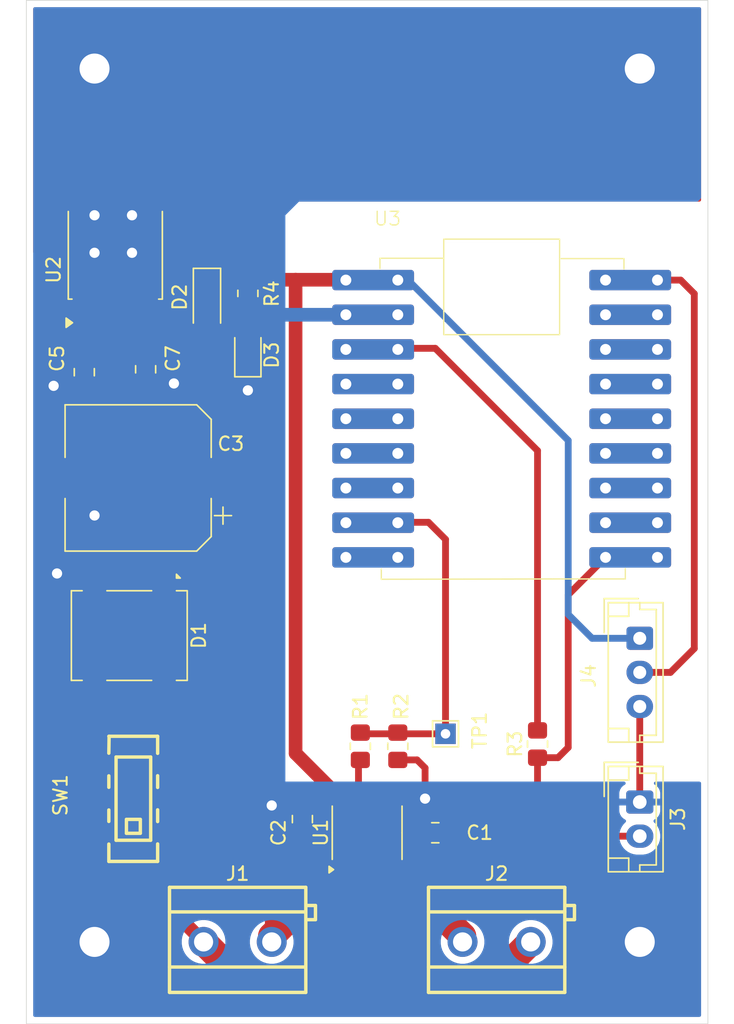
<source format=kicad_pcb>
(kicad_pcb (version 20241229) (generator "pcbnew") (generator_version "9.0")
  (layers (0 "F.Cu" signal) (2 "B.Cu" signal) (13 "F.Paste" user) (15 "B.Paste" user) (5 "F.SilkS" user "F.Silkscreen") (7 "B.SilkS" user "B.Silkscreen") (1 "F.Mask" user) (3 "B.Mask" user) (25 "Edge.Cuts" user))
  (net 0 "")
  (net 1 "GND")
  (net 2 "Net-(U1-FILTER)")
  (net 3 "+5V Internal")
  (net 4 "Net-(D1-+)")
  (net 5 "+5V")
  (net 6 "Net-(D1-Pad3)")
  (net 7 "Net-(D1-Pad4)")
  (net 8 "Net-(D3-A)")
  (net 9 "/VAC In A")
  (net 10 "/VAC In B")
  (net 11 "/VAC Out A")
  (net 12 "/Ext Reset")
  (net 13 "/WS2812")
  (net 14 "/V Sense")
  (net 15 "/ADC Input")
  (net 16 "+3.3V")
  (footprint "Capacitor_SMD:C_0805_2012Metric_Pad1.18x1.45mm_HandSolder" (layer "F.Cu") (at 145.25 115 90)
    (property "Reference" "C2" (at -1 -1.75 90) (layer "F.SilkS"))
    (property "Value" "100nF")
    (fp_line (start -0.261252 -0.735) (end 0.261252 -0.735) (stroke (width 0.12)) (layer "F.SilkS"))
    (fp_line (start -0.261252 0.735) (end 0.261252 0.735) (stroke (width 0.12)) (layer "F.SilkS"))
    (pad "1" smd roundrect (at -1.0375 0 90) (size 1.175 1.45) (layers "F.Cu" "F.Mask" "F.Paste") (roundrect_rratio 0.212766) (net 3 "+5V Internal"))
    (pad "2" smd roundrect (at 1.0375 0 90) (size 1.175 1.45) (layers "F.Cu" "F.Mask" "F.Paste") (roundrect_rratio 0.212766) (net 1 "GND"))
  )
  (footprint "Resistor_SMD:R_0805_2012Metric_Pad1.20x1.40mm_HandSolder" (layer "F.Cu") (at 141.25 76.475 90)
    (property "Reference" "R4" (at -0.025 1.75 90) (layer "F.SilkS"))
    (property "Value" "470R")
    (fp_line (start -0.227064 -0.735) (end 0.227064 -0.735) (stroke (width 0.12)) (layer "F.SilkS"))
    (fp_line (start -0.227064 0.735) (end 0.227064 0.735) (stroke (width 0.12)) (layer "F.SilkS"))
    (pad "1" smd roundrect (at -1 0 90) (size 1.2 1.4) (layers "F.Cu" "F.Mask" "F.Paste") (roundrect_rratio 0.208333) (net 8 "Net-(D3-A)"))
    (pad "2" smd roundrect (at 1 0 90) (size 1.2 1.4) (layers "F.Cu" "F.Mask" "F.Paste") (roundrect_rratio 0.208333) (net 3 "+5V Internal"))
  )
  (footprint "Resistor_SMD:R_0805_2012Metric_Pad1.20x1.40mm_HandSolder" (layer "F.Cu") (at 162.5 109.5 90)
    (property "Reference" "R3" (at 0 -1.65 90) (layer "F.SilkS"))
    (property "Value" "470R")
    (fp_line (start -0.227064 -0.735) (end 0.227064 -0.735) (stroke (width 0.12)) (layer "F.SilkS"))
    (fp_line (start -0.227064 0.735) (end 0.227064 0.735) (stroke (width 0.12)) (layer "F.SilkS"))
    (pad "1" smd roundrect (at -1 0 90) (size 1.2 1.4) (layers "F.Cu" "F.Mask" "F.Paste") (roundrect_rratio 0.208333) (net 12 "/Ext Reset"))
    (pad "2" smd roundrect (at 1 0 90) (size 1.2 1.4) (layers "F.Cu" "F.Mask" "F.Paste") (roundrect_rratio 0.208333) (net 16 "+3.3V"))
  )
  (footprint "MountingHole:MountingHole_2.2mm_M2_Pad" (layer "F.Cu") (at 170 60)
    (property "Reference" "H2" (hide yes))
    (property "Value" "MountingHole_Pad")
    (pad "1" thru_hole circle (at 0 0) (size 4.4 4.4) (drill 2.2) (layers "*.Cu" "*.Mask") (net 1 "GND"))
  )
  (footprint "Resistor_SMD:R_0805_2012Metric_Pad1.20x1.40mm_HandSolder" (layer "F.Cu") (at 149.5 109.6625 90)
    (property "Reference" "R1" (at 2.9125 0 90) (layer "F.SilkS"))
    (property "Value" "470R")
    (fp_line (start -0.227064 -0.735) (end 0.227064 -0.735) (stroke (width 0.12)) (layer "F.SilkS"))
    (fp_line (start -0.227064 0.735) (end 0.227064 0.735) (stroke (width 0.12)) (layer "F.SilkS"))
    (pad "1" smd roundrect (at -1 0 90) (size 1.2 1.4) (layers "F.Cu" "F.Mask" "F.Paste") (roundrect_rratio 0.208333) (net 14 "/V Sense"))
    (pad "2" smd roundrect (at 1 0 90) (size 1.2 1.4) (layers "F.Cu" "F.Mask" "F.Paste") (roundrect_rratio 0.208333) (net 15 "/ADC Input"))
  )
  (footprint "Capacitor_SMD:C_0805_2012Metric_Pad1.18x1.45mm_HandSolder" (layer "F.Cu") (at 155 116)
    (property "Reference" "C1" (at 3.25 0 0) (layer "F.SilkS"))
    (property "Value" "1nF")
    (fp_line (start -0.261252 -0.735) (end 0.261252 -0.735) (stroke (width 0.12)) (layer "F.SilkS"))
    (fp_line (start -0.261252 0.735) (end 0.261252 0.735) (stroke (width 0.12)) (layer "F.SilkS"))
    (pad "1" smd roundrect (at -1.0375 0) (size 1.175 1.45) (layers "F.Cu" "F.Mask" "F.Paste") (roundrect_rratio 0.212766) (net 2 "Net-(U1-FILTER)"))
    (pad "2" smd roundrect (at 1.0375 0) (size 1.175 1.45) (layers "F.Cu" "F.Mask" "F.Paste") (roundrect_rratio 0.212766) (net 1 "GND"))
  )
  (footprint "Connector_JST:JST_EH_B2B-EH-A_1x02_P2.50mm_Vertical" (layer "F.Cu") (at 170 113.75 -90)
    (property "Reference" "J3" (at 1.25 -2.8 90) (layer "F.SilkS"))
    (property "Value" "Conn_01x02_Pin")
    (fp_line (start -2.91 2.61) (end -0.41 2.61) (stroke (width 0.12)) (layer "F.SilkS"))
    (fp_line (start -2.61 2.31) (end 5.11 2.31) (stroke (width 0.12)) (layer "F.SilkS"))
    (fp_line (start 5.11 2.31) (end 5.11 -1.71) (stroke (width 0.12)) (layer "F.SilkS"))
    (fp_line (start -2.61 0.81) (end -1.61 0.81) (stroke (width 0.12)) (layer "F.SilkS"))
    (fp_line (start -1.61 0.81) (end -1.61 2.31) (stroke (width 0.12)) (layer "F.SilkS"))
    (fp_line (start 4.11 0.81) (end 4.11 2.31) (stroke (width 0.12)) (layer "F.SilkS"))
    (fp_line (start 5.11 0.81) (end 4.11 0.81) (stroke (width 0.12)) (layer "F.SilkS"))
    (fp_line (start -2.91 0.11) (end -2.91 2.61) (stroke (width 0.12)) (layer "F.SilkS"))
    (fp_line (start -2.61 0) (end -2.11 0) (stroke (width 0.12)) (layer "F.SilkS"))
    (fp_line (start -2.11 0) (end -2.11 -1.21) (stroke (width 0.12)) (layer "F.SilkS"))
    (fp_line (start 4.61 0) (end 5.11 0) (stroke (width 0.12)) (layer "F.SilkS"))
    (fp_line (start -2.11 -1.21) (end 4.61 -1.21) (stroke (width 0.12)) (layer "F.SilkS"))
    (fp_line (start 4.61 -1.21) (end 4.61 0) (stroke (width 0.12)) (layer "F.SilkS"))
    (fp_line (start -2.61 -1.71) (end -2.61 2.31) (stroke (width 0.12)) (layer "F.SilkS"))
    (fp_line (start 5.11 -1.71) (end -2.61 -1.71) (stroke (width 0.12)) (layer "F.SilkS"))
    (pad "1" thru_hole roundrect (at 0 0 270) (size 1.7 2) (drill 1) (layers "*.Cu" "*.Mask") (roundrect_rratio 0.147059) (net 1 "GND"))
    (pad "2" thru_hole oval (at 2.5 0 270) (size 1.7 2) (drill 1) (layers "*.Cu" "*.Mask") (net 12 "/Ext Reset"))
  )
  (footprint "LED_SMD:LED_0805_2012Metric_Pad1.15x1.40mm_HandSolder" (layer "F.Cu") (at 141.25 80.725 90)
    (property "Reference" "D3" (at -0.275 1.75 90) (layer "F.SilkS"))
    (property "Value" "LED")
    (fp_line (start 1 -0.96) (end -1.86 -0.96) (stroke (width 0.12)) (layer "F.SilkS"))
    (fp_line (start -1.86 -0.96) (end -1.86 0.96) (stroke (width 0.12)) (layer "F.SilkS"))
    (fp_line (start -1.86 0.96) (end 1 0.96) (stroke (width 0.12)) (layer "F.SilkS"))
    (pad "1" smd roundrect (at -1.025 0 90) (size 1.15 1.4) (layers "F.Cu" "F.Mask" "F.Paste") (roundrect_rratio 0.217391) (net 1 "GND"))
    (pad "2" smd roundrect (at 1.025 0 90) (size 1.15 1.4) (layers "F.Cu" "F.Mask" "F.Paste") (roundrect_rratio 0.217391) (net 8 "Net-(D3-A)"))
  )
  (footprint "Capacitor_SMD:CP_Elec_10x10.5" (layer "F.Cu") (at 133.2 90 180)
    (property "Reference" "C3" (at -6.8 2.5 0) (layer "F.SilkS"))
    (property "Value" "470uF" (hide yes))
    (fp_line (start 5.36 5.36) (end 5.36 1.51) (stroke (width 0.12)) (layer "F.SilkS"))
    (fp_line (start 5.36 -5.36) (end 5.36 -1.51) (stroke (width 0.12)) (layer "F.SilkS"))
    (fp_line (start -4.295563 5.36) (end 5.36 5.36) (stroke (width 0.12)) (layer "F.SilkS"))
    (fp_line (start -4.295563 -5.36) (end 5.36 -5.36) (stroke (width 0.12)) (layer "F.SilkS"))
    (fp_line (start -5.36 4.295563) (end -4.295563 5.36) (stroke (width 0.12)) (layer "F.SilkS"))
    (fp_line (start -5.36 4.295563) (end -5.36 1.51) (stroke (width 0.12)) (layer "F.SilkS"))
    (fp_line (start -5.36 -4.295563) (end -4.295563 -5.36) (stroke (width 0.12)) (layer "F.SilkS"))
    (fp_line (start -5.36 -4.295563) (end -5.36 -1.51) (stroke (width 0.12)) (layer "F.SilkS"))
    (fp_line (start -6.225 -3.385) (end -6.225 -2.135) (stroke (width 0.12)) (layer "F.SilkS"))
    (fp_line (start -6.85 -2.76) (end -5.6 -2.76) (stroke (width 0.12)) (layer "F.SilkS"))
    (pad "1" smd roundrect (at -4.2 0 180) (size 4.4 2.5) (layers "F.Cu" "F.Mask" "F.Paste") (roundrect_rratio 0.1) (net 4 "Net-(D1-+)"))
    (pad "2" smd roundrect (at 4.2 0 180) (size 4.4 2.5) (layers "F.Cu" "F.Mask" "F.Paste") (roundrect_rratio 0.1) (net 1 "GND"))
  )
  (footprint "easyeda2kicad:SW-SMD_MST22D18G2" (layer "F.Cu") (at 132.85 113.5 90)
    (property "Reference" "SW1" (at 0.25 -5.35 90) (layer "F.SilkS"))
    (property "Value" "MST22D18G2 125" (hide yes))
    (fp_line (start 3.33 -1.8) (end 4.57 -1.78) (stroke (width 0.25)) (layer "F.SilkS"))
    (fp_line (start 0.83 -1.8) (end 1.67 -1.8) (stroke (width 0.25)) (layer "F.SilkS"))
    (fp_line (start -1.67 -1.8) (end -0.83 -1.8) (stroke (width 0.25)) (layer "F.SilkS"))
    (fp_line (start -4.6 -1.8) (end -3.33 -1.8) (stroke (width 0.25)) (layer "F.SilkS"))
    (fp_line (start -4.6 -1.8) (end -4.6 1.78) (stroke (width 0.25)) (layer "F.SilkS"))
    (fp_line (start 3.05 -1.27) (end 3.05 1.27) (stroke (width 0.25)) (layer "F.SilkS"))
    (fp_line (start -3.05 -1.27) (end 3.05 -1.27) (stroke (width 0.25)) (layer "F.SilkS"))
    (fp_line (start -1.52 -0.51) (end -1.52 0.51) (stroke (width 0.25)) (layer "F.SilkS"))
    (fp_line (start -2.54 -0.51) (end -1.52 -0.51) (stroke (width 0.25)) (layer "F.SilkS"))
    (fp_line (start -1.52 0.51) (end -2.54 0.51) (stroke (width 0.25)) (layer "F.SilkS"))
    (fp_line (start -2.54 0.51) (end -2.54 -0.51) (stroke (width 0.25)) (layer "F.SilkS"))
    (fp_line (start 3.05 1.27) (end -3.05 1.27) (stroke (width 0.25)) (layer "F.SilkS"))
    (fp_line (start -3.05 1.27) (end -3.05 -1.27) (stroke (width 0.25)) (layer "F.SilkS"))
    (fp_line (start 4.57 1.78) (end 4.57 -1.8) (stroke (width 0.25)) (layer "F.SilkS"))
    (fp_line (start 4.57 1.78) (end 3.32 1.78) (stroke (width 0.25)) (layer "F.SilkS"))
    (fp_line (start 1.68 1.78) (end 0.82 1.78) (stroke (width 0.25)) (layer "F.SilkS"))
    (fp_line (start -0.82 1.78) (end -1.68 1.78) (stroke (width 0.25)) (layer "F.SilkS"))
    (fp_line (start -3.32 1.78) (end -4.6 1.78) (stroke (width 0.25)) (layer "F.SilkS"))
    (pad "1" smd rect (at -2.5 -2.85 270) (size 1.2 2) (layers "F.Cu" "F.Mask" "F.Paste"))
    (pad "2" smd rect (at 0 -2.85 270) (size 1.2 2) (layers "F.Cu" "F.Mask" "F.Paste") (net 10 "/VAC In B"))
    (pad "3" smd rect (at 2.5 -2.85 270) (size 1.2 2) (layers "F.Cu" "F.Mask" "F.Paste") (net 6 "Net-(D1-Pad3)"))
    (pad "4" smd rect (at -2.5 2.85 270) (size 1.2 2) (layers "F.Cu" "F.Mask" "F.Paste"))
    (pad "5" smd rect (at 0 2.85 270) (size 1.2 2) (layers "F.Cu" "F.Mask" "F.Paste") (net 9 "/VAC In A"))
    (pad "6" smd rect (at 2.5 2.85 270) (size 1.2 2) (layers "F.Cu" "F.Mask" "F.Paste") (net 7 "Net-(D1-Pad4)"))
  )
  (footprint "MountingHole:MountingHole_2.2mm_M2_Pad" (layer "F.Cu") (at 130 60)
    (property "Reference" "H1" (hide yes))
    (property "Value" "MountingHole_Pad")
    (pad "1" thru_hole circle (at 0 0) (size 4.4 4.4) (drill 2.2) (layers "*.Cu" "*.Mask") (net 1 "GND"))
  )
  (footprint "MountingHole:MountingHole_2.2mm_M2_Pad" (layer "F.Cu") (at 130 124)
    (property "Reference" "H4" (hide yes))
    (property "Value" "MountingHole_Pad")
    (pad "1" thru_hole circle (at 0 0) (size 4.4 4.4) (drill 2.2) (layers "*.Cu" "*.Mask") (net 1 "GND"))
  )
  (footprint "Diode_SMD:Diode_Bridge_OnSemi_SDIP-4L" (layer "F.Cu") (at 132.55 101.55 -90)
    (property "Reference" "D1" (at 0 -5.1 90) (layer "F.SilkS"))
    (property "Value" "DF06S")
    (fp_line (start -3.285 4.25) (end 3.285 4.25) (stroke (width 0.12)) (layer "F.SilkS"))
    (fp_line (start 3.285 4.25) (end 3.285 3.46) (stroke (width 0.12)) (layer "F.SilkS"))
    (fp_line (start -3.285 3.46) (end -3.285 4.25) (stroke (width 0.12)) (layer "F.SilkS"))
    (fp_line (start -3.285 -1.64) (end -3.285 1.64) (stroke (width 0.12)) (layer "F.SilkS"))
    (fp_line (start 3.285 -1.64) (end 3.285 1.64) (stroke (width 0.12)) (layer "F.SilkS"))
    (fp_line (start 3.285 -3.46) (end 3.285 -4.25) (stroke (width 0.12)) (layer "F.SilkS"))
    (fp_line (start -3.285 -4.25) (end -3.285 -3.46) (stroke (width 0.12)) (layer "F.SilkS"))
    (fp_line (start -3.275 -4.25) (end 3.275 -4.25) (stroke (width 0.12)) (layer "F.SilkS"))
    (fp_poly (pts (xy -4.2125 -3.46) (xy -4.4925 -3.46) (xy -4.2125 -3.74) (xy -4.2125 -3.46)) (stroke (width 0.12)) (fill yes) (layer "F.SilkS"))
    (pad "1" smd rect (at -4.45 -2.55 270) (size 1.5 1.3) (layers "F.Cu" "F.Mask" "F.Paste") (net 4 "Net-(D1-+)"))
    (pad "2" smd rect (at -4.45 2.55 270) (size 1.5 1.3) (layers "F.Cu" "F.Mask" "F.Paste") (net 1 "GND"))
    (pad "3" smd rect (at 4.45 2.55 270) (size 1.5 1.3) (layers "F.Cu" "F.Mask" "F.Paste") (net 6 "Net-(D1-Pad3)"))
    (pad "4" smd rect (at 4.45 -2.55 270) (size 1.5 1.3) (layers "F.Cu" "F.Mask" "F.Paste") (net 7 "Net-(D1-Pad4)"))
  )
  (footprint "Package_SO:SOIC-8_3.9x4.9mm_P1.27mm" (layer "F.Cu") (at 150 116 90)
    (property "Reference" "U1" (at 0 -3.4 90) (layer "F.SilkS"))
    (property "Value" "ACS712xLCTR-05B")
    (fp_line (start 0 -2.56) (end 1.95 -2.56) (stroke (width 0.12)) (layer "F.SilkS"))
    (fp_line (start 0 -2.56) (end -1.95 -2.56) (stroke (width 0.12)) (layer "F.SilkS"))
    (fp_line (start 0 2.56) (end 1.95 2.56) (stroke (width 0.12)) (layer "F.SilkS"))
    (fp_line (start 0 2.56) (end -1.95 2.56) (stroke (width 0.12)) (layer "F.SilkS"))
    (fp_poly (pts (xy -2.7 -2.465) (xy -2.94 -2.795) (xy -2.46 -2.795)) (stroke (width 0.12)) (fill yes) (layer "F.SilkS"))
    (pad "1" smd roundrect (at -2.475 -1.905 90) (size 1.95 0.6) (layers "F.Cu" "F.Mask" "F.Paste") (net 9 "/VAC In A"))
    (pad "2" smd roundrect (at -2.475 -0.635 90) (size 1.95 0.6) (layers "F.Cu" "F.Mask" "F.Paste") (net 9 "/VAC In A"))
    (pad "3" smd roundrect (at -2.475 0.635 90) (size 1.95 0.6) (layers "F.Cu" "F.Mask" "F.Paste") (net 11 "/VAC Out A"))
    (pad "4" smd roundrect (at -2.475 1.905 90) (size 1.95 0.6) (layers "F.Cu" "F.Mask" "F.Paste") (net 11 "/VAC Out A"))
    (pad "5" smd roundrect (at 2.475 1.905 90) (size 1.95 0.6) (layers "F.Cu" "F.Mask" "F.Paste") (net 1 "GND"))
    (pad "6" smd roundrect (at 2.475 0.635 90) (size 1.95 0.6) (layers "F.Cu" "F.Mask" "F.Paste") (net 2 "Net-(U1-FILTER)"))
    (pad "7" smd roundrect (at 2.475 -0.635 90) (size 1.95 0.6) (layers "F.Cu" "F.Mask" "F.Paste") (net 14 "/V Sense"))
    (pad "8" smd roundrect (at 2.475 -1.905 90) (size 1.95 0.6) (layers "F.Cu" "F.Mask" "F.Paste") (net 3 "+5V Internal"))
  )
  (footprint "easyeda2kicad:CONN-TH_P5.00_KF301-5.0-2P" (layer "F.Cu") (at 140.5 124)
    (property "Reference" "J1" (at 0 -5 0) (layer "F.SilkS"))
    (property "Value" "Screw_Terminal_01x02")
    (fp_line (start -5 -4) (end -5 3.7) (stroke (width 0.25)) (layer "F.SilkS"))
    (fp_line (start -5 -4) (end 5 -4) (stroke (width 0.25)) (layer "F.SilkS"))
    (fp_line (start -5 -2.2) (end 5 -2.2) (stroke (width 0.25)) (layer "F.SilkS"))
    (fp_line (start -5 1.84) (end 5 1.84) (stroke (width 0.25)) (layer "F.SilkS"))
    (fp_line (start -5 3.7) (end 5 3.7) (stroke (width 0.25)) (layer "F.SilkS"))
    (fp_line (start 5 -4) (end 5 3.7) (stroke (width 0.25)) (layer "F.SilkS"))
    (fp_line (start 5.08 -2.67) (end 5.71 -2.67) (stroke (width 0.25)) (layer "F.SilkS"))
    (fp_line (start 5.71 -2.67) (end 5.71 -1.63) (stroke (width 0.25)) (layer "F.SilkS"))
    (fp_line (start 5.71 -1.63) (end 5.08 -1.63) (stroke (width 0.25)) (layer "F.SilkS"))
    (pad "1" thru_hole circle (at -2.5 0) (size 2.2 2.2) (drill 1.399997) (layers "*.Cu" "*.Mask") (net 10 "/VAC In B"))
    (pad "2" thru_hole circle (at 2.5 0) (size 2.2 2.2) (drill 1.399997) (layers "*.Cu" "*.Mask") (net 9 "/VAC In A"))
  )
  (footprint "MountingHole:MountingHole_2.2mm_M2_Pad" (layer "F.Cu") (at 170 124)
    (property "Reference" "H3" (hide yes))
    (property "Value" "MountingHole_Pad")
    (pad "1" thru_hole circle (at 0 0) (size 4.4 4.4) (drill 2.2) (layers "*.Cu" "*.Mask") (net 1 "GND"))
  )
  (footprint "easyeda2kicad:CONN-TH_P5.00_KF301-5.0-2P" (layer "F.Cu") (at 159.5 124)
    (property "Reference" "J2" (at 0 -5 0) (layer "F.SilkS"))
    (property "Value" "Screw_Terminal_01x02")
    (fp_line (start -5 -4) (end -5 3.7) (stroke (width 0.25)) (layer "F.SilkS"))
    (fp_line (start -5 -4) (end 5 -4) (stroke (width 0.25)) (layer "F.SilkS"))
    (fp_line (start -5 -2.2) (end 5 -2.2) (stroke (width 0.25)) (layer "F.SilkS"))
    (fp_line (start -5 1.84) (end 5 1.84) (stroke (width 0.25)) (layer "F.SilkS"))
    (fp_line (start -5 3.7) (end 5 3.7) (stroke (width 0.25)) (layer "F.SilkS"))
    (fp_line (start 5 -4) (end 5 3.7) (stroke (width 0.25)) (layer "F.SilkS"))
    (fp_line (start 5.08 -2.67) (end 5.71 -2.67) (stroke (width 0.25)) (layer "F.SilkS"))
    (fp_line (start 5.71 -2.67) (end 5.71 -1.63) (stroke (width 0.25)) (layer "F.SilkS"))
    (fp_line (start 5.71 -1.63) (end 5.08 -1.63) (stroke (width 0.25)) (layer "F.SilkS"))
    (pad "1" thru_hole circle (at -2.5 0) (size 2.2 2.2) (drill 1.399997) (layers "*.Cu" "*.Mask") (net 11 "/VAC Out A"))
    (pad "2" thru_hole circle (at 2.5 0) (size 2.2 2.2) (drill 1.399997) (layers "*.Cu" "*.Mask") (net 10 "/VAC In B"))
  )
  (footprint "Capacitor_SMD:C_0805_2012Metric_Pad1.18x1.45mm_HandSolder" (layer "F.Cu") (at 129.25 82.25 -90)
    (property "Reference" "C5" (at -1 2 90) (layer "F.SilkS"))
    (property "Value" "470nF" (hide yes))
    (fp_line (start -0.261252 0.735) (end 0.261252 0.735) (stroke (width 0.12)) (layer "F.SilkS"))
    (fp_line (start -0.261252 -0.735) (end 0.261252 -0.735) (stroke (width 0.12)) (layer "F.SilkS"))
    (pad "1" smd roundrect (at -1.0375 0 270) (size 1.175 1.45) (layers "F.Cu" "F.Mask" "F.Paste") (roundrect_rratio 0.212766) (net 4 "Net-(D1-+)"))
    (pad "2" smd roundrect (at 1.0375 0 270) (size 1.175 1.45) (layers "F.Cu" "F.Mask" "F.Paste") (roundrect_rratio 0.212766) (net 1 "GND"))
  )
  (footprint "Capacitor_SMD:C_0805_2012Metric_Pad1.18x1.45mm_HandSolder" (layer "F.Cu") (at 133.75 82.0375 -90)
    (property "Reference" "C7" (at -0.7875 -2 90) (layer "F.SilkS"))
    (property "Value" "100nF" (hide yes))
    (fp_line (start -0.261252 0.735) (end 0.261252 0.735) (stroke (width 0.12)) (layer "F.SilkS"))
    (fp_line (start -0.261252 -0.735) (end 0.261252 -0.735) (stroke (width 0.12)) (layer "F.SilkS"))
    (pad "1" smd roundrect (at -1.0375 0 270) (size 1.175 1.45) (layers "F.Cu" "F.Mask" "F.Paste") (roundrect_rratio 0.212766) (net 5 "+5V"))
    (pad "2" smd roundrect (at 1.0375 0 270) (size 1.175 1.45) (layers "F.Cu" "F.Mask" "F.Paste") (roundrect_rratio 0.212766) (net 1 "GND"))
  )
  (footprint "Package_TO_SOT_SMD:TO-252-2" (layer "F.Cu") (at 131.525 73.585 90)
    (property "Reference" "U2" (at -1.165 -4.525 90) (layer "F.SilkS"))
    (property "Value" "LM78M05_TO252")
    (fp_line (start 3.11 -3.45) (end -3.31 -3.45) (stroke (width 0.12)) (layer "F.SilkS"))
    (fp_line (start -3.31 -3.45) (end -3.31 -3.18) (stroke (width 0.12)) (layer "F.SilkS"))
    (fp_line (start 3.11 3.45) (end -3.31 3.45) (stroke (width 0.12)) (layer "F.SilkS"))
    (fp_line (start -3.31 3.45) (end -3.31 3.18) (stroke (width 0.12)) (layer "F.SilkS"))
    (fp_poly (pts (xy -5.04 -3.14) (xy -5.38 -3.61) (xy -4.7 -3.61)) (stroke (width 0.12)) (fill yes) (layer "F.SilkS"))
    (pad "1" smd roundrect (at -5.04 -2.28 90) (size 2.2 1.2) (layers "F.Cu" "F.Mask" "F.Paste") (roundrect_rratio 0.208333) (net 4 "Net-(D1-+)"))
    (pad "2" smd roundrect (at 1.26 0 90) (size 6.4 5.8) (layers "F.Cu" "F.Mask") (roundrect_rratio 0.043103) (net 1 "GND"))
    (pad "3" smd roundrect (at -5.04 2.28 90) (size 2.2 1.2) (layers "F.Cu" "F.Mask" "F.Paste") (roundrect_rratio 0.208333) (net 5 "+5V"))
  )
  (footprint "Connector_JST:JST_EH_B3B-EH-A_1x03_P2.50mm_Vertical" (layer "F.Cu") (at 170 101.75 -90)
    (property "Reference" "J4" (at 2.75 3.75 90) (layer "F.SilkS"))
    (property "Value" "Conn_01x03_Pin")
    (fp_line (start -2.91 2.61) (end -0.41 2.61) (stroke (width 0.12)) (layer "F.SilkS"))
    (fp_line (start -2.61 2.31) (end 7.61 2.31) (stroke (width 0.12)) (layer "F.SilkS"))
    (fp_line (start 7.61 2.31) (end 7.61 -1.71) (stroke (width 0.12)) (layer "F.SilkS"))
    (fp_line (start -2.61 0.81) (end -1.61 0.81) (stroke (width 0.12)) (layer "F.SilkS"))
    (fp_line (start -1.61 0.81) (end -1.61 2.31) (stroke (width 0.12)) (layer "F.SilkS"))
    (fp_line (start 6.61 0.81) (end 6.61 2.31) (stroke (width 0.12)) (layer "F.SilkS"))
    (fp_line (start 7.61 0.81) (end 6.61 0.81) (stroke (width 0.12)) (layer "F.SilkS"))
    (fp_line (start -2.91 0.11) (end -2.91 2.61) (stroke (width 0.12)) (layer "F.SilkS"))
    (fp_line (start -2.61 0) (end -2.11 0) (stroke (width 0.12)) (layer "F.SilkS"))
    (fp_line (start -2.11 0) (end -2.11 -1.21) (stroke (width 0.12)) (layer "F.SilkS"))
    (fp_line (start 7.11 0) (end 7.61 0) (stroke (width 0.12)) (layer "F.SilkS"))
    (fp_line (start -2.11 -1.21) (end 7.11 -1.21) (stroke (width 0.12)) (layer "F.SilkS"))
    (fp_line (start 7.11 -1.21) (end 7.11 0) (stroke (width 0.12)) (layer "F.SilkS"))
    (fp_line (start -2.61 -1.71) (end -2.61 2.31) (stroke (width 0.12)) (layer "F.SilkS"))
    (fp_line (start 7.61 -1.71) (end -2.61 -1.71) (stroke (width 0.12)) (layer "F.SilkS"))
    (pad "1" thru_hole roundrect (at 0 0 270) (size 1.7 1.95) (drill 0.95) (layers "*.Cu" "*.Mask") (roundrect_rratio 0.147059) (net 3 "+5V Internal"))
    (pad "2" thru_hole oval (at 2.5 0 270) (size 1.7 1.95) (drill 0.95) (layers "*.Cu" "*.Mask") (net 13 "/WS2812"))
    (pad "3" thru_hole oval (at 5 0 270) (size 1.7 1.95) (drill 0.95) (layers "*.Cu" "*.Mask") (net 1 "GND"))
  )
  (footprint "easyeda2kicad:esp32c3-zero" (layer "F.Cu") (at 148.44 75.5)
    (property "Reference" "U3" (at 3.06 -4.5 0) (layer "F.SilkS") (effects (font (thickness 0.1))))
    (property "Value" "~")
    (fp_line (start 2.5 -1.6) (end 2.5 -0.85) (stroke (width 0.1)) (layer "F.SilkS"))
    (fp_line (start 2.5 -1.6) (end 7.1 -1.6) (stroke (width 0.1)) (layer "F.SilkS"))
    (fp_line (start 2.6 21.925) (end 2.6 21.175) (stroke (width 0.1)) (layer "F.SilkS"))
    (fp_line (start 2.6 21.925) (end 15.9 21.9) (stroke (width 0.1)) (layer "F.SilkS"))
    (fp_line (start 20.4 -1.575) (end 15.8 -1.575) (stroke (width 0.1)) (layer "F.SilkS"))
    (fp_line (start 20.4 -1.575) (end 20.4 -0.825) (stroke (width 0.1)) (layer "F.SilkS"))
    (fp_line (start 20.5 21.9) (end 15.9 21.9) (stroke (width 0.1)) (layer "F.SilkS"))
    (fp_line (start 20.5 21.9) (end 20.5 21.15) (stroke (width 0.1)) (layer "F.SilkS"))
    (fp_rect (start 7.18 -3) (end 15.68 4) (stroke (width 0.1)) (fill no) (layer "F.SilkS"))
    (pad "1" thru_hole roundrect (at 0 0 180) (size 6 1.5) (drill 0.8 (offset -2 0)) (layers "*.Cu" "*.Mask") (roundrect_rratio 0.15) (net 3 "+5V Internal"))
    (pad "1" thru_hole circle (at 3.81 0) (size 1 1) (drill 0.8) (layers "*.Cu" "*.Mask") (net 3 "+5V Internal"))
    (pad "2" thru_hole roundrect (at 0 2.54 180) (size 6 1.5) (drill 0.8 (offset -2 0)) (layers "*.Cu" "*.Mask") (roundrect_rratio 0.15) (net 1 "GND"))
    (pad "2" thru_hole circle (at 3.81 2.54) (size 1 1) (drill 0.8) (layers "*.Cu" "*.Mask") (net 1 "GND"))
    (pad "3" thru_hole roundrect (at 0 5.08 180) (size 6 1.5) (drill 0.8 (offset -2 0)) (layers "*.Cu" "*.Mask") (roundrect_rratio 0.15) (net 16 "+3.3V"))
    (pad "3" thru_hole circle (at 3.81 5.08) (size 1 1) (drill 0.8) (layers "*.Cu" "*.Mask") (net 16 "+3.3V"))
    (pad "4" thru_hole roundrect (at 0 7.62 180) (size 6 1.5) (drill 0.8 (offset -2 0)) (layers "*.Cu" "*.Mask") (roundrect_rratio 0.15))
    (pad "4" thru_hole circle (at 3.81 7.62) (size 1 1) (drill 0.8) (layers "*.Cu" "*.Mask"))
    (pad "5" thru_hole roundrect (at 0 10.16 180) (size 6 1.5) (drill 0.8 (offset -2 0)) (layers "*.Cu" "*.Mask") (roundrect_rratio 0.15))
    (pad "5" thru_hole circle (at 3.81 10.16) (size 1 1) (drill 0.8) (layers "*.Cu" "*.Mask"))
    (pad "6" thru_hole roundrect (at 0 12.7 180) (size 6 1.5) (drill 0.8 (offset -2 0)) (layers "*.Cu" "*.Mask") (roundrect_rratio 0.15))
    (pad "6" thru_hole circle (at 3.81 12.7) (size 1 1) (drill 0.8) (layers "*.Cu" "*.Mask"))
    (pad "7" thru_hole roundrect (at 0 15.24 180) (size 6 1.5) (drill 0.8 (offset -2 0)) (layers "*.Cu" "*.Mask") (roundrect_rratio 0.15))
    (pad "7" thru_hole circle (at 3.81 15.24) (size 1 1) (drill 0.8) (layers "*.Cu" "*.Mask"))
    (pad "8" thru_hole roundrect (at 0 17.78 180) (size 6 1.5) (drill 0.8 (offset -2 0)) (layers "*.Cu" "*.Mask") (roundrect_rratio 0.15) (net 15 "/ADC Input"))
    (pad "8" thru_hole circle (at 3.81 17.78) (size 1 1) (drill 0.8) (layers "*.Cu" "*.Mask") (net 15 "/ADC Input"))
    (pad "9" thru_hole roundrect (at 0 20.32 180) (size 6 1.5) (drill 0.8 (offset -2 0)) (layers "*.Cu" "*.Mask") (roundrect_rratio 0.15))
    (pad "9" thru_hole circle (at 3.81 20.32) (size 1 1) (drill 0.8) (layers "*.Cu" "*.Mask"))
    (pad "10" thru_hole circle (at 19.05 20.32) (size 1 1) (drill 0.8) (layers "*.Cu" "*.Mask") (net 12 "/Ext Reset"))
    (pad "10" thru_hole roundrect (at 22.86 20.32) (size 6 1.5) (drill 0.8 (offset -2 0)) (layers "*.Cu" "*.Mask") (roundrect_rratio 0.15) (net 12 "/Ext Reset"))
    (pad "11" thru_hole circle (at 19.05 17.78) (size 1 1) (drill 0.8) (layers "*.Cu" "*.Mask"))
    (pad "11" thru_hole roundrect (at 22.86 17.78) (size 6 1.5) (drill 0.8 (offset -2 0)) (layers "*.Cu" "*.Mask") (roundrect_rratio 0.15))
    (pad "12" thru_hole circle (at 19.05 15.24) (size 1 1) (drill 0.8) (layers "*.Cu" "*.Mask"))
    (pad "12" thru_hole roundrect (at 22.86 15.24) (size 6 1.5) (drill 0.8 (offset -2 0)) (layers "*.Cu" "*.Mask") (roundrect_rratio 0.15))
    (pad "13" thru_hole circle (at 19.05 12.7) (size 1 1) (drill 0.8) (layers "*.Cu" "*.Mask"))
    (pad "13" thru_hole roundrect (at 22.86 12.7) (size 6 1.5) (drill 0.8 (offset -2 0)) (layers "*.Cu" "*.Mask") (roundrect_rratio 0.15))
    (pad "14" thru_hole circle (at 19.05 10.16) (size 1 1) (drill 0.8) (layers "*.Cu" "*.Mask"))
    (pad "14" thru_hole roundrect (at 22.86 10.16) (size 6 1.5) (drill 0.8 (offset -2 0)) (layers "*.Cu" "*.Mask") (roundrect_rratio 0.15))
    (pad "15" thru_hole circle (at 19.05 7.62) (size 1 1) (drill 0.8) (layers "*.Cu" "*.Mask"))
    (pad "15" thru_hole roundrect (at 22.86 7.62) (size 6 1.5) (drill 0.8 (offset -2 0)) (layers "*.Cu" "*.Mask") (roundrect_rratio 0.15))
    (pad "16" thru_hole circle (at 19.05 5.08) (size 1 1) (drill 0.8) (layers "*.Cu" "*.Mask"))
    (pad "16" thru_hole roundrect (at 22.86 5.08) (size 6 1.5) (drill 0.8 (offset -2 0)) (layers "*.Cu" "*.Mask") (roundrect_rratio 0.15))
    (pad "17" thru_hole circle (at 19.05 2.54) (size 1 1) (drill 0.8) (layers "*.Cu" "*.Mask"))
    (pad "17" thru_hole roundrect (at 22.86 2.54) (size 6 1.5) (drill 0.8 (offset -2 0)) (layers "*.Cu" "*.Mask") (roundrect_rratio 0.15))
    (pad "18" thru_hole circle (at 19.05 0) (size 1 1) (drill 0.8) (layers "*.Cu" "*.Mask") (net 13 "/WS2812"))
    (pad "18" thru_hole roundrect (at 22.86 0) (size 6 1.5) (drill 0.8 (offset -2 0)) (layers "*.Cu" "*.Mask") (roundrect_rratio 0.15) (net 13 "/WS2812"))
  )
  (footprint "Resistor_SMD:R_0805_2012Metric_Pad1.20x1.40mm_HandSolder" (layer "F.Cu") (at 152.25 109.6625 -90)
    (property "Reference" "R2" (at -2.9125 -0.25 270) (layer "F.SilkS"))
    (property "Value" "470R")
    (fp_line (start -0.227064 0.735) (end 0.227064 0.735) (stroke (width 0.12)) (layer "F.SilkS"))
    (fp_line (start -0.227064 -0.735) (end 0.227064 -0.735) (stroke (width 0.12)) (layer "F.SilkS"))
    (pad "1" smd roundrect (at -1 0 270) (size 1.2 1.4) (layers "F.Cu" "F.Mask" "F.Paste") (roundrect_rratio 0.208333) (net 15 "/ADC Input"))
    (pad "2" smd roundrect (at 1 0 270) (size 1.2 1.4) (layers "F.Cu" "F.Mask" "F.Paste") (roundrect_rratio 0.208333) (net 1 "GND"))
  )
  (footprint "TestPoint:TestPoint_THTPad_1.5x1.5mm_Drill0.7mm" (layer "F.Cu") (at 155.75 108.75 90)
    (property "Reference" "TP1" (at 0.25 2.5 90) (layer "F.SilkS"))
    (property "Value" "TestPoint (ADC In)" (hide yes))
    (fp_line (start 0.95 -0.95) (end 0.95 0.95) (stroke (width 0.12)) (layer "F.SilkS"))
    (fp_line (start -0.95 -0.95) (end 0.95 -0.95) (stroke (width 0.12)) (layer "F.SilkS"))
    (fp_line (start 0.95 0.95) (end -0.95 0.95) (stroke (width 0.12)) (layer "F.SilkS"))
    (fp_line (start -0.95 0.95) (end -0.95 -0.95) (stroke (width 0.12)) (layer "F.SilkS"))
    (pad "1" thru_hole rect (at 0 0 90) (size 1.5 1.5) (drill 0.7) (layers "*.Cu" "*.Mask") (net 15 "/ADC Input"))
  )
  (footprint "Diode_SMD:D_SOD-123" (layer "F.Cu") (at 138.25 77 -90)
    (property "Reference" "D2" (at -0.25 2 90) (layer "F.SilkS"))
    (property "Value" "B5819" (hide yes))
    (fp_line (start -2.36 1) (end 1.65 1) (stroke (width 0.12)) (layer "F.SilkS"))
    (fp_line (start -2.36 -1) (end -2.36 1) (stroke (width 0.12)) (layer "F.SilkS"))
    (fp_line (start -2.36 -1) (end 1.65 -1) (stroke (width 0.12)) (layer "F.SilkS"))
    (pad "1" smd roundrect (at -1.65 0 270) (size 0.9 1.2) (layers "F.Cu" "F.Mask" "F.Paste") (net 3 "+5V Internal"))
    (pad "2" smd roundrect (at 1.65 0 270) (size 0.9 1.2) (layers "F.Cu" "F.Mask" "F.Paste") (net 5 "+5V"))
  )
  (gr_rect (start 125 55) (end 175 130) (stroke (width 0.05)) (fill no) (layer "Edge.Cuts"))
  (segment (start 154.25 113.5) (end 151.93 113.5) (width 0.5) (layer "F.Cu") (net 1))
  (segment (start 127 83.25) (end 129.2125 83.25) (width 1) (layer "F.Cu") (net 1))
  (segment (start 130 97.1) (end 127.35 97.1) (width 1) (layer "F.Cu") (net 1))
  (segment (start 153.6625 110.6625) (end 154.25 111.25) (width 0.5) (layer "F.Cu") (net 1))
  (segment (start 133.75 83.075) (end 135.825 83.075) (width 1) (layer "F.Cu") (net 1))
  (segment (start 152.25 110.6625) (end 153.6625 110.6625) (width 0.5) (layer "F.Cu") (net 1))
  (segment (start 145.2125 114) (end 145.25 113.9625) (width 1) (layer "F.Cu") (net 1))
  (segment (start 131.599993 72.250007) (end 131.525 72.325) (width 1) (layer "F.Cu") (net 1))
  (segment (start 156.0375 116) (end 156.0375 115.2875) (width 0.5) (layer "F.Cu") (net 1))
  (segment (start 141.25 83.580552) (end 141.25 81.75) (width 0.5) (layer "F.Cu") (net 1))
  (segment (start 154.25 111.25) (end 154.25 113.5) (width 0.5) (layer "F.Cu") (net 1))
  (segment (start 129.2125 83.25) (end 129.25 83.2875) (width 1) (layer "F.Cu") (net 1))
  (segment (start 133.699985 70.150015) (end 131.525 72.325) (width 1) (layer "F.Cu") (net 1))
  (segment (start 151.93 113.5) (end 151.905 113.525) (width 0.5) (layer "F.Cu") (net 1))
  (segment (start 129.9 97) (end 130 97.1) (width 0.5) (layer "F.Cu") (net 1))
  (segment (start 170 106.75) (end 170 113.75) (width 0.5) (layer "F.Cu") (net 1))
  (segment (start 127.35 97.1) (end 127.25 97) (width 1) (layer "F.Cu") (net 1))
  (segment (start 130 91) (end 129 90) (width 1) (layer "F.Cu") (net 1))
  (segment (start 156.0375 115.2875) (end 154.25 113.5) (width 0.5) (layer "F.Cu") (net 1))
  (segment (start 129.5 70.3) (end 131.525 72.325) (width 1) (layer "F.Cu") (net 1))
  (segment (start 135.825 83.075) (end 136 83.25) (width 1) (layer "F.Cu") (net 1))
  (segment (start 130 92.75) (end 130 91) (width 1) (layer "F.Cu") (net 1))
  (segment (start 143 114) (end 145.2125 114) (width 1) (layer "F.Cu") (net 1))
  (via (at 132.75 73.5) (size 1.5) (drill 0.75) (layers "F.Cu" "B.Cu") (net 1))
  (via (at 143 114) (size 1.5) (drill 0.75) (layers "F.Cu" "B.Cu") (net 1))
  (via (at 135.825 83.075) (size 1.5) (drill 0.75) (layers "F.Cu" "B.Cu") (net 1))
  (via (at 141.25 83.580552) (size 1.5) (drill 0.75) (layers "F.Cu" "B.Cu") (net 1))
  (via (at 130 92.75) (size 1.5) (drill 0.75) (layers "F.Cu" "B.Cu") (net 1))
  (via (at 127 83.25) (size 1.5) (drill 0.75) (layers "F.Cu" "B.Cu") (net 1))
  (via (at 130 70.75) (size 1.5) (drill 0.75) (layers "F.Cu" "B.Cu") (net 1))
  (via (at 130 73.5) (size 1.5) (drill 0.75) (layers "F.Cu" "B.Cu") (net 1))
  (via (at 132.75 70.75) (size 1.5) (drill 0.75) (layers "F.Cu" "B.Cu") (net 1))
  (via (at 154.25 113.5) (size 1.5) (drill 0.75) (layers "F.Cu" "B.Cu") (net 1))
  (via (at 127.25 97) (size 1.5) (drill 0.75) (layers "F.Cu" "B.Cu") (net 1))
  (segment (start 142.96 78.04) (end 141.25 79.75) (width 1) (layer "B.Cu") (net 1))
  (segment (start 141.25 79.75) (end 141.25 83.580552) (width 1) (layer "B.Cu") (net 1))
  (segment (start 141.290552 83.54) (end 141.25 83.580552) (width 0.5) (layer "B.Cu") (net 1))
  (segment (start 148.44 78.04) (end 142.96 78.04) (width 1) (layer "B.Cu") (net 1))
  (segment (start 150.635 113.525) (end 150.635 115.135) (width 0.5) (layer "F.Cu") (net 2))
  (segment (start 150.635 115.135) (end 151.5 116) (width 0.5) (layer "F.Cu") (net 2))
  (segment (start 151.5 116) (end 153.9625 116) (width 0.5) (layer "F.Cu") (net 2))
  (segment (start 144.75 110.18) (end 144.75 75.475) (width 1) (layer "F.Cu") (net 3))
  (segment (start 141.125 75.35) (end 141.25 75.475) (width 1) (layer "F.Cu") (net 3))
  (segment (start 148.095 115.155) (end 147.2125 116.0375) (width 1) (layer "F.Cu") (net 3))
  (segment (start 147.2125 116.0375) (end 145.25 116.0375) (width 1) (layer "F.Cu") (net 3))
  (segment (start 138.0625 75.5) (end 140.9375 75.5) (width 1) (layer "F.Cu") (net 3))
  (segment (start 144.75 75.475) (end 148.415 75.475) (width 1) (layer "F.Cu") (net 3))
  (segment (start 148.095 113.525) (end 144.75 110.18) (width 1) (layer "F.Cu") (net 3))
  (segment (start 141.25 75.475) (end 144.75 75.475) (width 1) (layer "F.Cu") (net 3))
  (segment (start 148.095 113.525) (end 148.095 115.155) (width 1) (layer "F.Cu") (net 3))
  (segment (start 148.415 75.475) (end 148.44 75.5) (width 1) (layer "F.Cu") (net 3))
  (segment (start 164.75 87.25) (end 164.75 100) (width 0.5) (layer "B.Cu") (net 3))
  (segment (start 166.5 101.75) (end 170 101.75) (width 0.5) (layer "B.Cu") (net 3))
  (segment (start 153 75.5) (end 148.44 75.5) (width 0.5) (layer "B.Cu") (net 3))
  (segment (start 164.75 87.25) (end 153 75.5) (width 0.5) (layer "B.Cu") (net 3))
  (segment (start 164.75 100) (end 166.5 101.75) (width 0.5) (layer "B.Cu") (net 3))
  (segment (start 129.245 78.625) (end 129.245 81.2075) (width 1) (layer "F.Cu") (net 4))
  (segment (start 135.1 92.3) (end 137.4 90) (width 1) (layer "F.Cu") (net 4))
  (segment (start 131.25 86.75) (end 134.5 90) (width 1) (layer "F.Cu") (net 4))
  (segment (start 129.245 81.2075) (end 129.25 81.2125) (width 1) (layer "F.Cu") (net 4))
  (segment (start 134.5 90) (end 137.4 90) (width 1) (layer "F.Cu") (net 4))
  (segment (start 129.25 81.2125) (end 130.7125 81.2125) (width 1) (layer "F.Cu") (net 4))
  (segment (start 131.25 81.75) (end 131.25 86.75) (width 1) (layer "F.Cu") (net 4))
  (segment (start 135.1 97.1) (end 135.1 92.3) (width 1) (layer "F.Cu") (net 4))
  (segment (start 130.7125 81.2125) (end 131.25 81.75) (width 1) (layer "F.Cu") (net 4))
  (segment (start 138.225 78.625) (end 138.25 78.65) (width 1) (layer "F.Cu") (net 5))
  (segment (start 133.75 81) (end 133.75 78.68) (width 1) (layer "F.Cu") (net 5))
  (segment (start 133.805 78.625) (end 138.225 78.625) (width 1) (layer "F.Cu") (net 5))
  (segment (start 133.75 78.68) (end 133.805 78.625) (width 1) (layer "F.Cu") (net 5))
  (segment (start 130 106) (end 130 111) (width 1) (layer "F.Cu") (net 6))
  (segment (start 135.1 110.4) (end 135.7 111) (width 1) (layer "F.Cu") (net 7))
  (segment (start 135.1 106) (end 135.1 110.4) (width 1) (layer "F.Cu") (net 7))
  (segment (start 141.25 77.475) (end 141.25 79.7) (width 1) (layer "F.Cu") (net 8))
  (segment (start 143 123.57) (end 148.095 118.475) (width 2) (layer "F.Cu") (net 9))
  (segment (start 143 118.25) (end 143 124) (width 1) (layer "F.Cu") (net 9))
  (segment (start 138.25 113.5) (end 143 118.25) (width 1) (layer "F.Cu") (net 9))
  (segment (start 143 124) (end 143 123.57) (width 2) (layer "F.Cu") (net 9))
  (segment (start 135.7 113.5) (end 138.25 113.5) (width 1) (layer "F.Cu") (net 9))
  (segment (start 133 119) (end 133 114.5) (width 1) (layer "F.Cu") (net 10))
  (segment (start 158.25 127.75) (end 162 124) (width 2) (layer "F.Cu") (net 10))
  (segment (start 138 124) (end 141.75 127.75) (width 2) (layer "F.Cu") (net 10))
  (segment (start 133 114.5) (end 132 113.5) (width 1) (layer "F.Cu") (net 10))
  (segment (start 132 113.5) (end 130 113.5) (width 1) (layer "F.Cu") (net 10))
  (segment (start 138 124) (end 133 119) (width 1) (layer "F.Cu") (net 10))
  (segment (start 141.75 127.75) (end 158.25 127.75) (width 2) (layer "F.Cu") (net 10))
  (segment (start 157 124) (end 157 123.57) (width 2) (layer "F.Cu") (net 11))
  (segment (start 157 123.57) (end 151.905 118.475) (width 2) (layer "F.Cu") (net 11))
  (segment (start 164.75 98.56) (end 164.75 109.75) (width 0.5) (layer "F.Cu") (net 12))
  (segment (start 166.25 116.25) (end 170 116.25) (width 0.5) (layer "F.Cu") (net 12))
  (segment (start 164 110.5) (end 162.5 110.5) (width 0.5) (layer "F.Cu") (net 12))
  (segment (start 167.49 95.82) (end 164.75 98.56) (width 0.5) (layer "F.Cu") (net 12))
  (segment (start 162.5 112.5) (end 166.25 116.25) (width 0.5) (layer "F.Cu") (net 12))
  (segment (start 164.75 109.75) (end 164 110.5) (width 0.5) (layer "F.Cu") (net 12))
  (segment (start 162.5 110.5) (end 162.5 112.5) (width 0.5) (layer "F.Cu") (net 12))
  (segment (start 174 76.5) (end 173 75.5) (width 0.5) (layer "F.Cu") (net 13))
  (segment (start 174 76.5) (end 174 102.5) (width 0.5) (layer "F.Cu") (net 13))
  (segment (start 174 102.5) (end 172.25 104.25) (width 0.5) (layer "F.Cu") (net 13))
  (segment (start 173 75.5) (end 171.3 75.5) (width 0.5) (layer "F.Cu") (net 13))
  (segment (start 172.25 104.25) (end 170 104.25) (width 0.5) (layer "F.Cu") (net 13))
  (segment (start 149.365 113.525) (end 149.365 110.71) (width 0.5) (layer "F.Cu") (net 14))
  (segment (start 149.365 110.71) (end 149.5 110.575) (width 0.5) (layer "F.Cu") (net 14))
  (segment (start 148.47 93.25) (end 148.44 93.28) (width 0.5) (layer "F.Cu") (net 15))
  (segment (start 155.75 108.75) (end 155.75 94.5) (width 0.5) (layer "F.Cu") (net 15))
  (segment (start 155.75 108.75) (end 152.3375 108.75) (width 0.5) (layer "F.Cu") (net 15))
  (segment (start 154.5 93.25) (end 148.47 93.25) (width 0.5) (layer "F.Cu") (net 15))
  (segment (start 155.75 94.5) (end 154.5 93.25) (width 0.5) (layer "F.Cu") (net 15))
  (segment (start 152.3375 108.75) (end 152.25 108.6625) (width 0.5) (layer "F.Cu") (net 15))
  (segment (start 149.5 108.75) (end 152.25 108.75) (width 0.5) (layer "F.Cu") (net 15))
  (segment (start 162.5 88) (end 162.5 108.5) (width 0.5) (layer "F.Cu") (net 16))
  (segment (start 148.44 80.58) (end 148.52 80.5) (width 0.5) (layer "F.Cu") (net 16))
  (segment (start 155 80.5) (end 162.5 88) (width 0.5) (layer "F.Cu") (net 16))
  (segment (start 148.52 80.5) (end 155 80.5) (width 0.5) (layer "F.Cu") (net 16))
  (zone (net 11) (net_name "/VAC Out A") (layer "F.Cu") (connect_pads yes (clearance 0.5)) (min_thickness 0.25) (fill yes (thermal_gap 0.5) (thermal_bridge_width 0.5))
    (polygon (pts (xy 152.5 119.75) (xy 152.5 117.25) (xy 150.25 117.25) (xy 150.25 119.75)))
  )
  (zone (net 1) (net_name "GND") (layer "F.Cu") (priority 2) (connect_pads yes (clearance 0.5)) (min_thickness 0.25) (fill yes (thermal_gap 0.5) (thermal_bridge_width 0.5))
    (polygon (pts (xy 174.5 69.75) (xy 174.5 55.5) (xy 125.5 55.5) (xy 125.5 73.585) (xy 135 73.5) (xy 135 71.25) (xy 135 69.75)))
  )
  (zone (net 9) (net_name "/VAC In A") (layer "F.Cu") (connect_pads yes (clearance 0.5)) (min_thickness 0.25) (fill yes (thermal_gap 0.5) (thermal_bridge_width 0.5))
    (polygon (pts (xy 149.75 119.75) (xy 149.75 117.25) (xy 147.5 117.25) (xy 147.5 119.75)))
  )
  (zone (net 1) (net_name "GND") (layer "B.Cu") (priority 1) (connect_pads (clearance 0.5)) (min_thickness 0.25) (fill yes (thermal_gap 0.5) (thermal_bridge_width 0.5))
    (polygon (pts (xy 175 55) (xy 175 69) (xy 174.25 69.75) (xy 145 69.75) (xy 144 70.75) (xy 144 112.25) (xy 175 112.25) (xy 175 130) (xy 125.25 130) (xy 125 129.75) (xy 125 55)))
  )
)
</source>
